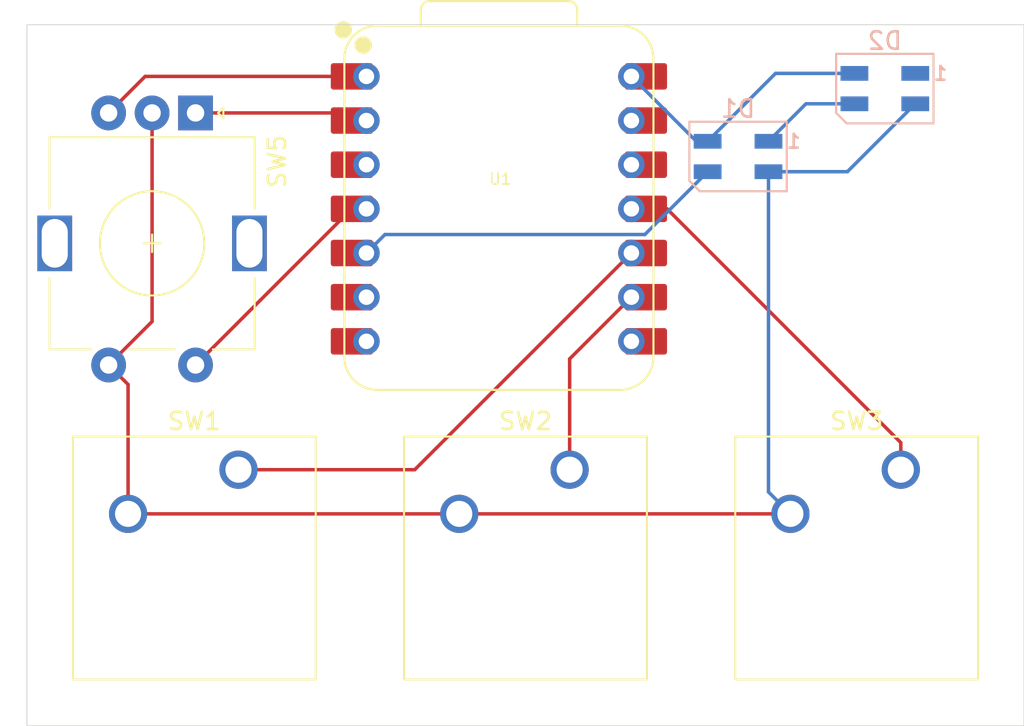
<source format=kicad_pcb>
(kicad_pcb (version 20241229) (generator "pcbnew") (generator_version "9.0")
  (layers (0 "F.Cu" signal) (2 "B.Cu" signal) (13 "F.Paste" user) (15 "B.Paste" user) (5 "F.SilkS" user "F.Silkscreen") (7 "B.SilkS" user "B.Silkscreen") (1 "F.Mask" user) (3 "B.Mask" user) (25 "Edge.Cuts" user))
  (net 0 "")
  (net 1 "+5V")
  (net 2 "Net-(D1-DOUT)")
  (net 3 "GND")
  (net 4 "Net-(D1-DIN)")
  (net 6 "Net-(U1-GPIO4{slash}MISO)")
  (net 7 "Net-(U1-GPIO2{slash}SCK)")
  (net 8 "Net-(U1-GPIO3{slash}MOSI)")
  (net 9 "Net-(U1-GPIO1{slash}RX)")
  (net 11 "Net-(U1-GPIO29{slash}ADC3{slash}A3)")
  (net 12 "Net-(U1-GPIO27{slash}ADC1{slash}A1)")
  (net 15 "Net-(U1-GPIO26{slash}ADC0{slash}A0)")
  (footprint "Rotary_Encoder:RotaryEncoder_Alps_EC11E-Switch_Vertical_H20mm" (layer "F.Cu") (at 144.375 48.375 -90)
    (property "Reference" "SW5" (at 2.8 -4.7 90) (layer "F.SilkS"))
    (property "Value" "RotaryEncoder_Switch")
    (fp_line (start 5.5 8.4) (end 1.4 8.4) (stroke (width 0.12)) (layer "F.SilkS"))
    (fp_line (start 13.6 8.4) (end 9.5 8.4) (stroke (width 0.12)) (layer "F.SilkS"))
    (fp_line (start 13.6 6) (end 13.6 8.4) (stroke (width 0.12)) (layer "F.SilkS"))
    (fp_line (start 7 2.5) (end 8 2.5) (stroke (width 0.12)) (layer "F.SilkS"))
    (fp_line (start 7.5 2) (end 7.5 3) (stroke (width 0.12)) (layer "F.SilkS"))
    (fp_line (start 13.6 1.2) (end 13.6 3.8) (stroke (width 0.12)) (layer "F.SilkS"))
    (fp_line (start 0 -1.3) (end -0.3 -1.6) (stroke (width 0.12)) (layer "F.SilkS"))
    (fp_line (start -0.3 -1.6) (end 0.3 -1.6) (stroke (width 0.12)) (layer "F.SilkS"))
    (fp_line (start 0.3 -1.6) (end 0 -1.3) (stroke (width 0.12)) (layer "F.SilkS"))
    (fp_line (start 1.4 -3.4) (end 1.4 8.4) (stroke (width 0.12)) (layer "F.SilkS"))
    (fp_line (start 5.5 -3.4) (end 1.4 -3.4) (stroke (width 0.12)) (layer "F.SilkS"))
    (fp_line (start 9.5 -3.4) (end 13.6 -3.4) (stroke (width 0.12)) (layer "F.SilkS"))
    (fp_line (start 13.6 -3.4) (end 13.6 -1) (stroke (width 0.12)) (layer "F.SilkS"))
    (fp_circle (center 7.5 2.5) (end 10.5 2.5) (stroke (width 0.12)) (fill no) (layer "F.SilkS"))
    (pad "A" thru_hole rect (at 0 0 270) (size 2 2) (drill 1) (layers "*.Cu" "*.Mask") (net 12 "Net-(U1-GPIO27{slash}ADC1{slash}A1)"))
    (pad "B" thru_hole circle (at 0 5 270) (size 2 2) (drill 1) (layers "*.Cu" "*.Mask") (net 15 "Net-(U1-GPIO26{slash}ADC0{slash}A0)"))
    (pad "C" thru_hole circle (at 0 2.5 270) (size 2 2) (drill 1) (layers "*.Cu" "*.Mask") (net 3 "GND"))
    (pad "MP" thru_hole rect (at 7.5 -3.1 270) (size 3.2 2) (drill oval 2.8 1.5) (layers "*.Cu" "*.Mask"))
    (pad "MP" thru_hole rect (at 7.5 8.1 270) (size 3.2 2) (drill oval 2.8 1.5) (layers "*.Cu" "*.Mask"))
    (pad "S1" thru_hole circle (at 14.5 5 270) (size 2 2) (drill 1) (layers "*.Cu" "*.Mask") (net 3 "GND"))
    (pad "S2" thru_hole circle (at 14.5 0 270) (size 2 2) (drill 1) (layers "*.Cu" "*.Mask") (net 11 "Net-(U1-GPIO29{slash}ADC3{slash}A3)"))
  )
  (footprint "OPL Lib:XIAO-RP2040-DIP" (layer "F.Cu") (at 161.825 53.8935)
    (property "Reference" "U1" (at 0.075 -1.7185 0) (layer "F.SilkS") (effects (font (size 0.635 0.635) (thickness 0.1016))))
    (property "Value" "XIAO-RP2040-DIP")
    (fp_line (start -8.89 8.509) (end -8.89 -8.636) (stroke (width 0.127)) (layer "F.SilkS"))
    (fp_line (start -6.985 10.414) (end 6.985 10.414) (stroke (width 0.127)) (layer "F.SilkS"))
    (fp_line (start -4.495 -10.541) (end -4.491272 -11.451272) (stroke (width 0.127)) (layer "F.SilkS"))
    (fp_line (start -3.991272 -11.951) (end 4.004 -11.951) (stroke (width 0.127)) (layer "F.SilkS"))
    (fp_line (start 4.504 -11.451) (end 4.504 -10.541) (stroke (width 0.127)) (layer "F.SilkS"))
    (fp_line (start 6.985 -10.541) (end -6.985 -10.541) (stroke (width 0.1)) (layer "F.SilkS"))
    (fp_line (start 6.985 -10.541) (end -6.985 -10.541) (stroke (width 0.127)) (layer "F.SilkS"))
    (fp_line (start 8.89 8.509) (end 8.89 -8.636) (stroke (width 0.127)) (layer "F.SilkS"))
    (fp_arc (start -8.89 -8.636) (mid -8.332038 -9.983038) (end -6.985 -10.541) (stroke (width 0.127)) (layer "F.SilkS"))
    (fp_arc (start -6.985 10.414) (mid -8.332038 9.856038) (end -8.89 8.509) (stroke (width 0.127)) (layer "F.SilkS"))
    (fp_arc (start -4.491272 -11.451272) (mid -4.344728 -11.80464) (end -3.991272 -11.951) (stroke (width 0.127)) (layer "F.SilkS"))
    (fp_arc (start 4.004 -11.951) (mid 4.357553 -11.804553) (end 4.504 -11.451) (stroke (width 0.127)) (layer "F.SilkS"))
    (fp_arc (start 6.985 -10.541) (mid 8.332038 -9.983038) (end 8.89 -8.636) (stroke (width 0.127)) (layer "F.SilkS"))
    (fp_arc (start 8.89 8.509) (mid 8.332038 9.856038) (end 6.985 10.414) (stroke (width 0.127)) (layer "F.SilkS"))
    (fp_circle (center -8.95 -10.3) (end -8.95 -10.554) (stroke (width 0.5)) (fill yes) (layer "F.SilkS"))
    (fp_circle (center -7.807 -9.42) (end -7.807 -9.674) (stroke (width 0.5)) (fill yes) (layer "F.SilkS"))
    (pad "1" smd roundrect (at -8.455 -7.62 180) (size 2.432 1.524) (layers "F.Cu" "F.Mask") (roundrect_rratio 0.1) (net 15 "Net-(U1-GPIO26{slash}ADC0{slash}A0)"))
    (pad "1" thru_hole circle (at -7.62 -7.62 180) (size 1.524 1.524) (drill 0.889) (layers "*.Cu" "*.Mask") (net 15 "Net-(U1-GPIO26{slash}ADC0{slash}A0)"))
    (pad "2" smd roundrect (at -8.455 -5.08 180) (size 2.432 1.524) (layers "F.Cu" "F.Mask") (roundrect_rratio 0.1) (net 12 "Net-(U1-GPIO27{slash}ADC1{slash}A1)"))
    (pad "2" thru_hole circle (at -7.62 -5.08 180) (size 1.524 1.524) (drill 0.889) (layers "*.Cu" "*.Mask") (net 12 "Net-(U1-GPIO27{slash}ADC1{slash}A1)"))
    (pad "3" smd roundrect (at -8.455 -2.54 180) (size 2.432 1.524) (layers "F.Cu" "F.Mask") (roundrect_rratio 0.1))
    (pad "3" thru_hole circle (at -7.62 -2.54 180) (size 1.524 1.524) (drill 0.889) (layers "*.Cu" "*.Mask"))
    (pad "4" smd roundrect (at -8.455 0 180) (size 2.432 1.524) (layers "F.Cu" "F.Mask") (roundrect_rratio 0.1) (net 11 "Net-(U1-GPIO29{slash}ADC3{slash}A3)"))
    (pad "4" thru_hole circle (at -7.62 0 180) (size 1.524 1.524) (drill 0.889) (layers "*.Cu" "*.Mask") (net 11 "Net-(U1-GPIO29{slash}ADC3{slash}A3)"))
    (pad "5" smd roundrect (at -8.455 2.54 180) (size 2.432 1.524) (layers "F.Cu" "F.Mask") (roundrect_rratio 0.1) (net 4 "Net-(D1-DIN)"))
    (pad "5" thru_hole circle (at -7.62 2.54 180) (size 1.524 1.524) (drill 0.889) (layers "*.Cu" "*.Mask") (net 4 "Net-(D1-DIN)"))
    (pad "6" smd roundrect (at -8.455 5.08 180) (size 2.432 1.524) (layers "F.Cu" "F.Mask") (roundrect_rratio 0.1))
    (pad "6" thru_hole circle (at -7.62 5.08 180) (size 1.524 1.524) (drill 0.889) (layers "*.Cu" "*.Mask"))
    (pad "7" smd roundrect (at -8.455 7.62 180) (size 2.432 1.524) (layers "F.Cu" "F.Mask") (roundrect_rratio 0.1))
    (pad "7" thru_hole circle (at -7.62 7.62 180) (size 1.524 1.524) (drill 0.889) (layers "*.Cu" "*.Mask"))
    (pad "8" thru_hole circle (at 7.62 7.62) (size 1.524 1.524) (drill 0.889) (layers "*.Cu" "*.Mask") (net 9 "Net-(U1-GPIO1{slash}RX)"))
    (pad "8" smd roundrect (at 8.455 7.62) (size 2.432 1.524) (layers "F.Cu" "F.Mask") (roundrect_rratio 0.1) (net 9 "Net-(U1-GPIO1{slash}RX)"))
    (pad "9" thru_hole circle (at 7.62 5.08) (size 1.524 1.524) (drill 0.889) (layers "*.Cu" "*.Mask") (net 7 "Net-(U1-GPIO2{slash}SCK)"))
    (pad "9" smd roundrect (at 8.455 5.08) (size 2.432 1.524) (layers "F.Cu" "F.Mask") (roundrect_rratio 0.1) (net 7 "Net-(U1-GPIO2{slash}SCK)"))
    (pad "10" thru_hole circle (at 7.62 2.54) (size 1.524 1.524) (drill 0.889) (layers "*.Cu" "*.Mask") (net 6 "Net-(U1-GPIO4{slash}MISO)"))
    (pad "10" smd roundrect (at 8.455 2.54) (size 2.432 1.524) (layers "F.Cu" "F.Mask") (roundrect_rratio 0.1) (net 6 "Net-(U1-GPIO4{slash}MISO)"))
    (pad "11" thru_hole circle (at 7.62 0) (size 1.524 1.524) (drill 0.889) (layers "*.Cu" "*.Mask") (net 8 "Net-(U1-GPIO3{slash}MOSI)"))
    (pad "11" smd roundrect (at 8.455 0) (size 2.432 1.524) (layers "F.Cu" "F.Mask") (roundrect_rratio 0.1) (net 8 "Net-(U1-GPIO3{slash}MOSI)"))
    (pad "12" thru_hole circle (at 7.62 -2.54) (size 1.524 1.524) (drill 0.889) (layers "*.Cu" "*.Mask"))
    (pad "12" smd roundrect (at 8.455 -2.54) (size 2.432 1.524) (layers "F.Cu" "F.Mask") (roundrect_rratio 0.1))
    (pad "13" thru_hole circle (at 7.62 -5.08) (size 1.524 1.524) (drill 0.889) (layers "*.Cu" "*.Mask"))
    (pad "13" smd roundrect (at 8.455 -5.08) (size 2.432 1.524) (layers "F.Cu" "F.Mask") (roundrect_rratio 0.1))
    (pad "14" thru_hole circle (at 7.62 -7.62) (size 1.524 1.524) (drill 0.889) (layers "*.Cu" "*.Mask") (net 1 "+5V"))
    (pad "14" smd roundrect (at 8.455 -7.62) (size 2.432 1.524) (layers "F.Cu" "F.Mask") (roundrect_rratio 0.1) (net 1 "+5V"))
  )
  (footprint "Button_Switch_Keyboard:SW_Cherry_MX_1.00u_PCB" (layer "F.Cu") (at 184.94375 68.8975)
    (property "Reference" "SW3" (at -2.54 -2.794 0) (layer "F.SilkS"))
    (property "Value" "SW_Push")
    (fp_line (start -9.525 -1.905) (end 4.445 -1.905) (stroke (width 0.12)) (layer "F.SilkS"))
    (fp_line (start -9.525 12.065) (end -9.525 -1.905) (stroke (width 0.12)) (layer "F.SilkS"))
    (fp_line (start 4.445 -1.905) (end 4.445 12.065) (stroke (width 0.12)) (layer "F.SilkS"))
    (fp_line (start 4.445 12.065) (end -9.525 12.065) (stroke (width 0.12)) (layer "F.SilkS"))
    (pad "" np_thru_hole circle (at -7.62 5.08) (size 1.7 1.7) (drill 1.7) (layers "*.Cu" "*.Mask"))
    (pad "" np_thru_hole circle (at -2.54 5.08) (size 4 4) (drill 4) (layers "*.Cu" "*.Mask"))
    (pad "" np_thru_hole circle (at 2.54 5.08) (size 1.7 1.7) (drill 1.7) (layers "*.Cu" "*.Mask"))
    (pad "1" thru_hole circle (at 0 0) (size 2.2 2.2) (drill 1.5) (layers "*.Cu" "*.Mask") (net 8 "Net-(U1-GPIO3{slash}MOSI)"))
    (pad "2" thru_hole circle (at -6.35 2.54) (size 2.2 2.2) (drill 1.5) (layers "*.Cu" "*.Mask") (net 3 "GND"))
  )
  (footprint "Button_Switch_Keyboard:SW_Cherry_MX_1.00u_PCB" (layer "F.Cu") (at 146.84375 68.8975)
    (property "Reference" "SW1" (at -2.54 -2.794 0) (layer "F.SilkS"))
    (property "Value" "SW_Push")
    (fp_line (start -9.525 -1.905) (end 4.445 -1.905) (stroke (width 0.12)) (layer "F.SilkS"))
    (fp_line (start -9.525 12.065) (end -9.525 -1.905) (stroke (width 0.12)) (layer "F.SilkS"))
    (fp_line (start 4.445 -1.905) (end 4.445 12.065) (stroke (width 0.12)) (layer "F.SilkS"))
    (fp_line (start 4.445 12.065) (end -9.525 12.065) (stroke (width 0.12)) (layer "F.SilkS"))
    (pad "" np_thru_hole circle (at -7.62 5.08) (size 1.7 1.7) (drill 1.7) (layers "*.Cu" "*.Mask"))
    (pad "" np_thru_hole circle (at -2.54 5.08) (size 4 4) (drill 4) (layers "*.Cu" "*.Mask"))
    (pad "" np_thru_hole circle (at 2.54 5.08) (size 1.7 1.7) (drill 1.7) (layers "*.Cu" "*.Mask"))
    (pad "1" thru_hole circle (at 0 0) (size 2.2 2.2) (drill 1.5) (layers "*.Cu" "*.Mask") (net 6 "Net-(U1-GPIO4{slash}MISO)"))
    (pad "2" thru_hole circle (at -6.35 2.54) (size 2.2 2.2) (drill 1.5) (layers "*.Cu" "*.Mask") (net 3 "GND"))
  )
  (footprint "Button_Switch_Keyboard:SW_Cherry_MX_1.00u_PCB" (layer "F.Cu") (at 165.89375 68.8975)
    (property "Reference" "SW2" (at -2.54 -2.794 0) (layer "F.SilkS"))
    (property "Value" "SW_Push")
    (fp_line (start -9.525 -1.905) (end 4.445 -1.905) (stroke (width 0.12)) (layer "F.SilkS"))
    (fp_line (start -9.525 12.065) (end -9.525 -1.905) (stroke (width 0.12)) (layer "F.SilkS"))
    (fp_line (start 4.445 -1.905) (end 4.445 12.065) (stroke (width 0.12)) (layer "F.SilkS"))
    (fp_line (start 4.445 12.065) (end -9.525 12.065) (stroke (width 0.12)) (layer "F.SilkS"))
    (pad "" np_thru_hole circle (at -7.62 5.08) (size 1.7 1.7) (drill 1.7) (layers "*.Cu" "*.Mask"))
    (pad "" np_thru_hole circle (at -2.54 5.08) (size 4 4) (drill 4) (layers "*.Cu" "*.Mask"))
    (pad "" np_thru_hole circle (at 2.54 5.08) (size 1.7 1.7) (drill 1.7) (layers "*.Cu" "*.Mask"))
    (pad "1" thru_hole circle (at 0 0) (size 2.2 2.2) (drill 1.5) (layers "*.Cu" "*.Mask") (net 7 "Net-(U1-GPIO2{slash}SCK)"))
    (pad "2" thru_hole circle (at -6.35 2.54) (size 2.2 2.2) (drill 1.5) (layers "*.Cu" "*.Mask") (net 3 "GND"))
  )
  (footprint "LED_SMD:LED_SK6812MINI_PLCC4_3.5x3.5mm_P1.75mm" (layer "B.Cu") (at 184.025 46.975 180)
    (property "Reference" "D2" (at 0 2.75 0) (layer "B.SilkS") (effects (justify mirror)))
    (property "Value" "SK6812MINI")
    (fp_line (start 2.8 -1.4) (end 2.8 2) (stroke (width 0.12)) (layer "B.SilkS"))
    (fp_line (start 2.8 -1.4) (end 2.2 -2) (stroke (width 0.12)) (layer "B.SilkS"))
    (fp_line (start -2.8 2) (end 2.8 2) (stroke (width 0.12)) (layer "B.SilkS"))
    (fp_line (start -2.8 2) (end -2.8 -2) (stroke (width 0.12)) (layer "B.SilkS"))
    (fp_line (start -2.8 -2) (end 2.2 -2) (stroke (width 0.12)) (layer "B.SilkS"))
    (fp_text user "1" (at -3.2 0.875 0) (layer "B.SilkS") (effects (font (size 0.8 0.8)) (justify mirror)))
    (pad "1" smd rect (at -1.75 0.875 180) (size 1.6 0.85) (layers "B.Cu" "B.Mask" "B.Paste"))
    (pad "2" smd rect (at -1.75 -0.875 180) (size 1.6 0.85) (layers "B.Cu" "B.Mask" "B.Paste") (net 3 "GND"))
    (pad "3" smd rect (at 1.75 -0.875 180) (size 1.6 0.85) (layers "B.Cu" "B.Mask" "B.Paste") (net 2 "Net-(D1-DOUT)"))
    (pad "4" smd rect (at 1.75 0.875 180) (size 1.6 0.85) (layers "B.Cu" "B.Mask" "B.Paste") (net 1 "+5V"))
  )
  (footprint "LED_SMD:LED_SK6812MINI_PLCC4_3.5x3.5mm_P1.75mm" (layer "B.Cu") (at 175.58125 50.88125 180)
    (property "Reference" "D1" (at 0 2.75 0) (layer "B.SilkS") (effects (justify mirror)))
    (property "Value" "SK6812MINI")
    (fp_line (start 2.8 -1.4) (end 2.8 2) (stroke (width 0.12)) (layer "B.SilkS"))
    (fp_line (start 2.8 -1.4) (end 2.2 -2) (stroke (width 0.12)) (layer "B.SilkS"))
    (fp_line (start -2.8 2) (end 2.8 2) (stroke (width 0.12)) (layer "B.SilkS"))
    (fp_line (start -2.8 2) (end -2.8 -2) (stroke (width 0.12)) (layer "B.SilkS"))
    (fp_line (start -2.8 -2) (end 2.2 -2) (stroke (width 0.12)) (layer "B.SilkS"))
    (fp_text user "1" (at -3.2 0.875 0) (layer "B.SilkS") (effects (font (size 0.8 0.8)) (justify mirror)))
    (pad "1" smd rect (at -1.75 0.875 180) (size 1.6 0.85) (layers "B.Cu" "B.Mask" "B.Paste") (net 2 "Net-(D1-DOUT)"))
    (pad "2" smd rect (at -1.75 -0.875 180) (size 1.6 0.85) (layers "B.Cu" "B.Mask" "B.Paste") (net 3 "GND"))
    (pad "3" smd rect (at 1.75 -0.875 180) (size 1.6 0.85) (layers "B.Cu" "B.Mask" "B.Paste") (net 4 "Net-(D1-DIN)"))
    (pad "4" smd rect (at 1.75 0.875 180) (size 1.6 0.85) (layers "B.Cu" "B.Mask" "B.Paste") (net 1 "+5V"))
  )
  (gr_rect (start 134.675 43.3) (end 192.025 83.625) (stroke (width 0.05)) (fill no) (layer "Edge.Cuts"))
  (segment (start 173.17775 50.00625) (end 169.445 46.2735) (width 0.2) (layer "B.Cu") (net 1))
  (segment (start 177.7375 46.1) (end 182.275 46.1) (width 0.2) (layer "B.Cu") (net 1))
  (segment (start 173.83125 50.00625) (end 173.17775 50.00625) (width 0.2) (layer "B.Cu") (net 1))
  (segment (start 173.83125 50.00625) (end 177.7375 46.1) (width 0.2) (layer "B.Cu") (net 1))
  (segment (start 179.4875 47.85) (end 177.33125 50.00625) (width 0.2) (layer "B.Cu") (net 2))
  (segment (start 182.275 47.85) (end 179.4875 47.85) (width 0.2) (layer "B.Cu") (net 2))
  (segment (start 140.49375 63.99375) (end 139.375 62.875) (width 0.2) (layer "F.Cu") (net 3))
  (segment (start 159.54375 71.4375) (end 140.49375 71.4375) (width 0.2) (layer "F.Cu") (net 3))
  (segment (start 178.59375 71.4375) (end 159.54375 71.4375) (width 0.2) (layer "F.Cu") (net 3))
  (segment (start 141.875 60.375) (end 141.875 48.375) (width 0.2) (layer "F.Cu") (net 3))
  (segment (start 140.49375 71.4375) (end 140.49375 63.99375) (width 0.2) (layer "F.Cu") (net 3))
  (segment (start 139.375 62.875) (end 141.875 60.375) (width 0.2) (layer "F.Cu") (net 3))
  (segment (start 177.33125 51.75625) (end 177.33125 70.175) (width 0.2) (layer "B.Cu") (net 3))
  (segment (start 181.86875 51.75625) (end 185.775 47.85) (width 0.2) (layer "B.Cu") (net 3))
  (segment (start 177.33125 51.75625) (end 181.86875 51.75625) (width 0.2) (layer "B.Cu") (net 3))
  (segment (start 177.33125 70.175) (end 178.59375 71.4375) (width 0.2) (layer "B.Cu") (net 3))
  (segment (start 173.83125 51.75625) (end 170.217 55.3705) (width 0.2) (layer "B.Cu") (net 4))
  (segment (start 170.217 55.3705) (end 155.268 55.3705) (width 0.2) (layer "B.Cu") (net 4))
  (segment (start 155.268 55.3705) (end 154.205 56.4335) (width 0.2) (layer "B.Cu") (net 4))
  (segment (start 146.84375 68.8975) (end 156.981 68.8975) (width 0.2) (layer "F.Cu") (net 6))
  (segment (start 156.981 68.8975) (end 169.445 56.4335) (width 0.2) (layer "F.Cu") (net 6))
  (segment (start 169.445 58.9735) (end 165.89375 62.52475) (width 0.2) (layer "F.Cu") (net 7))
  (segment (start 165.89375 62.52475) (end 165.89375 68.8975) (width 0.2) (layer "F.Cu") (net 7))
  (segment (start 171.495384 53.8935) (end 169.445 53.8935) (width 0.2) (layer "F.Cu") (net 8))
  (segment (start 184.94375 68.8975) (end 184.94375 67.341866) (width 0.2) (layer "F.Cu") (net 8))
  (segment (start 184.94375 67.341866) (end 171.495384 53.8935) (width 0.2) (layer "F.Cu") (net 8))
  (segment (start 144.375 62.875) (end 153.3565 53.8935) (width 0.2) (layer "F.Cu") (net 11))
  (segment (start 153.3565 53.8935) (end 154.205 53.8935) (width 0.2) (layer "F.Cu") (net 11))
  (segment (start 144.375 48.375) (end 153.7665 48.375) (width 0.2) (layer "F.Cu") (net 12))
  (segment (start 153.7665 48.375) (end 154.205 48.8135) (width 0.2) (layer "F.Cu") (net 12))
  (segment (start 139.375 48.375) (end 141.4765 46.2735) (width 0.2) (layer "F.Cu") (net 15))
  (segment (start 141.4765 46.2735) (end 154.205 46.2735) (width 0.2) (layer "F.Cu") (net 15))
)
</source>
